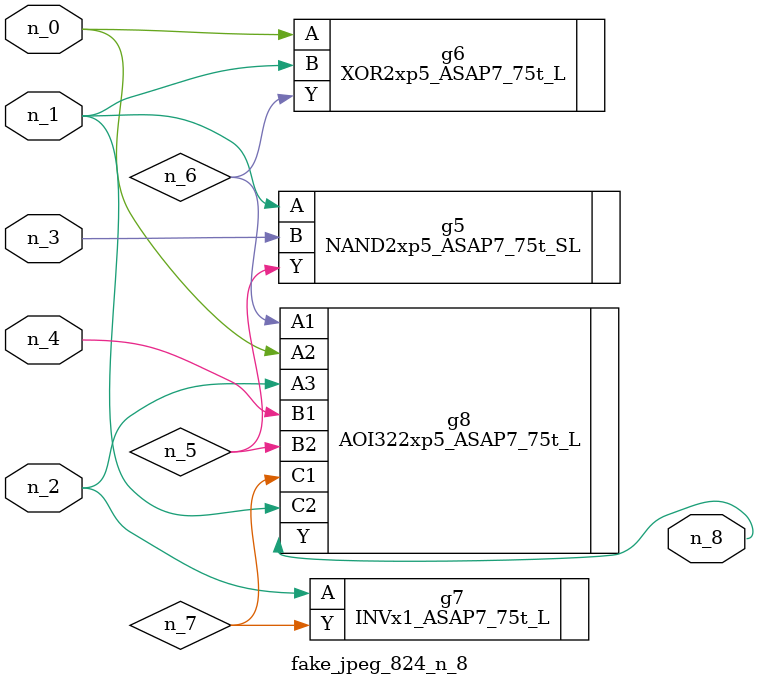
<source format=v>
module fake_jpeg_824_n_8 (n_3, n_2, n_1, n_0, n_4, n_8);

input n_3;
input n_2;
input n_1;
input n_0;
input n_4;

output n_8;

wire n_6;
wire n_5;
wire n_7;

NAND2xp5_ASAP7_75t_SL g5 ( 
.A(n_1),
.B(n_3),
.Y(n_5)
);

XOR2xp5_ASAP7_75t_L g6 ( 
.A(n_0),
.B(n_1),
.Y(n_6)
);

INVx1_ASAP7_75t_L g7 ( 
.A(n_2),
.Y(n_7)
);

AOI322xp5_ASAP7_75t_L g8 ( 
.A1(n_6),
.A2(n_0),
.A3(n_2),
.B1(n_4),
.B2(n_5),
.C1(n_7),
.C2(n_1),
.Y(n_8)
);


endmodule
</source>
